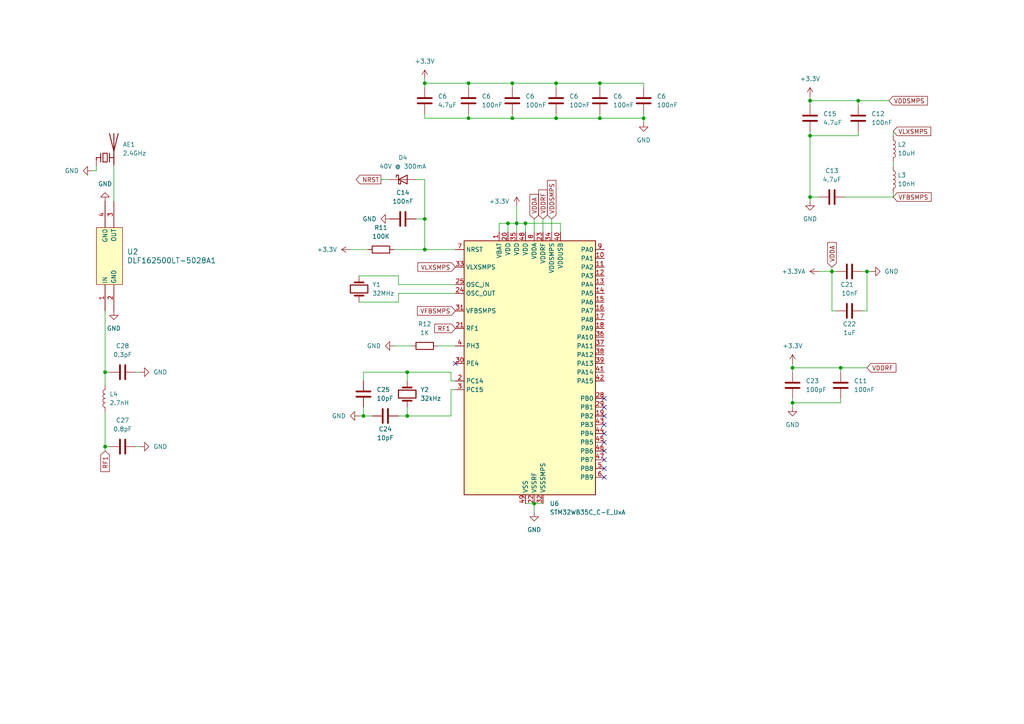
<source format=kicad_sch>
(kicad_sch (version 20230121) (generator eeschema)
  (paper "A4")
  (title_block (title "URONE - Processing") (date "2023-07-05") (rev "0") (company "Udestries") (comment 1 "Controls the motors utilizing user input from a low power bluetooth module."))
  (lib_symbols
    (symbol "DLF162500LT-5028A1:DLF162500LT-5028A1" (pin_names (offset 0.254))
      (property "Reference" "U" (at 15.24 7.62 0))
      (property "Value" "DLF162500LT-5028A1" (at 16.51 5.08 0))
      (symbol "DLF162500LT-5028A1_0_1"
        (pin input line (at 0 0 0) (length 7.62) (name "IN") (number "1"))
        (pin power_in line (at 0 -2.54 0) (length 7.62) (name "GND") (number "2"))
        (pin output line (at 31.75 -2.54 180) (length 7.62) (name "OUT") (number "3"))
        (pin power_in line (at 31.75 0 180) (length 7.62) (name "GND") (number "4"))
      )
      (symbol "DLF162500LT-5028A1_1_1"
        (rectangle (start 7.62 2.54) (end 24.13 -5.08) (fill (type background)))
      )
    )
    (symbol "Device:Antenna_Chip" (pin_numbers hide) (pin_names (offset 1.016) hide)
      (property "Reference" "AE" (at 0 5.08 0))
      (property "Value" "Antenna_Chip" (at 0 3.175 0))
      (symbol "Antenna_Chip_0_1"
        (polyline (pts (xy -2.54 0) (xy -2.54 -0.635)) (stroke (width 0.254)))
        (polyline (pts (xy -2.54 0) (xy -1.27 0)) (stroke (width 0.254)))
        (polyline (pts (xy 1.27 0) (xy 2.54 0)) (stroke (width 0.254)))
        (polyline (pts (xy 1.27 1.27) (xy 1.27 -1.27)) (stroke (width 0.254)))
        (polyline (pts (xy 2.54 -0.635) (xy 2.54 0)))
        (polyline (pts (xy 2.54 6.985) (xy 2.54 -1.905)) (stroke (width 0.254)))
        (polyline (pts (xy -1.27 1.27) (xy -1.27 -1.27) (xy -1.27 0)) (stroke (width 0.254)))
        (polyline (pts (xy 3.81 6.985) (xy 2.54 1.905) (xy 1.27 6.985)) (stroke (width 0.254)))
        (polyline (pts (xy -0.635 1.27) (xy 0.635 1.27) (xy 0.635 -1.27) (xy -0.635 -1.27) (xy -0.635 1.27)) (stroke (width 0.254)))
      )
      (symbol "Antenna_Chip_1_1"
        (pin input line (at -2.54 -2.54 90) (length 2.54) (name "FEED") (number "1"))
        (pin passive line (at 2.54 -2.54 90) (length 2.54) (name "PCB_Trace") (number "2"))
      )
    )
    (symbol "Device:C" (pin_numbers hide) (pin_names (offset 0.254))
      (property "Reference" "C" (at 0.635 2.54 0))
      (property "Value" "C" (at 0.635 -2.54 0))
      (symbol "C_0_1"
        (polyline (pts (xy -2.032 -0.762) (xy 2.032 -0.762)) (stroke (width 0.508)))
        (polyline (pts (xy -2.032 0.762) (xy 2.032 0.762)) (stroke (width 0.508)))
      )
      (symbol "C_1_1"
        (pin passive line (at 0 3.81 270) (length 2.794) (name "~") (number "1"))
        (pin passive line (at 0 -3.81 90) (length 2.794) (name "~") (number "2"))
      )
    )
    (symbol "Device:Crystal" (pin_numbers hide) (pin_names (offset 1.016) hide)
      (property "Reference" "Y" (at 0 3.81 0))
      (property "Value" "Crystal" (at 0 -3.81 0))
      (symbol "Crystal_0_1"
        (rectangle (start -1.143 2.54) (end 1.143 -2.54) (stroke (width 0.3048)))
        (polyline (pts (xy -2.54 0) (xy -1.905 0)))
        (polyline (pts (xy -1.905 -1.27) (xy -1.905 1.27)) (stroke (width 0.508)))
        (polyline (pts (xy 1.905 -1.27) (xy 1.905 1.27)) (stroke (width 0.508)))
        (polyline (pts (xy 2.54 0) (xy 1.905 0)))
      )
      (symbol "Crystal_1_1"
        (pin passive line (at -3.81 0 0) (length 1.27) (name "1") (number "1"))
        (pin passive line (at 3.81 0 180) (length 1.27) (name "2") (number "2"))
      )
    )
    (symbol "Device:D_Schottky" (pin_numbers hide) (pin_names (offset 1.016) hide)
      (property "Reference" "D" (at 0 2.54 0))
      (property "Value" "D_Schottky" (at 0 -2.54 0))
      (symbol "D_Schottky_0_1"
        (polyline (pts (xy 1.27 0) (xy -1.27 0)))
        (polyline (pts (xy 1.27 1.27) (xy 1.27 -1.27) (xy -1.27 0) (xy 1.27 1.27)) (stroke (width 0.254)))
        (polyline (pts (xy -1.905 0.635) (xy -1.905 1.27) (xy -1.27 1.27) (xy -1.27 -1.27) (xy -0.635 -1.27) (xy -0.635 -0.635)) (stroke (width 0.254)))
      )
      (symbol "D_Schottky_1_1"
        (pin passive line (at -3.81 0 0) (length 2.54) (name "K") (number "1"))
        (pin passive line (at 3.81 0 180) (length 2.54) (name "A") (number "2"))
      )
    )
    (symbol "Device:L" (pin_numbers hide) (pin_names (offset 1.016) hide)
      (property "Reference" "L" (at -1.27 0 90))
      (property "Value" "L" (at 1.905 0 90))
      (symbol "L_0_1"
        (arc (start 0 -2.54) (mid 0.6323 -1.905) (end 0 -1.27))
        (arc (start 0 -1.27) (mid 0.6323 -0.635) (end 0 0))
        (arc (start 0 0) (mid 0.6323 0.635) (end 0 1.27))
        (arc (start 0 1.27) (mid 0.6323 1.905) (end 0 2.54))
      )
      (symbol "L_1_1"
        (pin passive line (at 0 3.81 270) (length 1.27) (name "1") (number "1"))
        (pin passive line (at 0 -3.81 90) (length 1.27) (name "2") (number "2"))
      )
    )
    (symbol "Device:R" (pin_numbers hide) (pin_names (offset 0))
      (property "Reference" "R" (at 2.032 0 90))
      (property "Value" "R" (at 0 0 90))
      (symbol "R_0_1"
        (rectangle (start -1.016 -2.54) (end 1.016 2.54) (stroke (width 0.254)))
      )
      (symbol "R_1_1"
        (pin passive line (at 0 3.81 270) (length 1.27) (name "~") (number "1"))
        (pin passive line (at 0 -3.81 90) (length 1.27) (name "~") (number "2"))
      )
    )
    (symbol "MCU_ST_STM32WB:STM32WB35C_C-E_UxA"
      (property "Reference" "U" (at -17.78 39.37 0))
      (property "Value" "STM32WB35C_C-E_UxA" (at 12.7 39.37 0))
      (symbol "STM32WB35C_C-E_UxA_0_1"
        (rectangle (start -17.78 -35.56) (end 20.32 38.1) (stroke (width 0.254)) (fill (type background)))
      )
      (symbol "STM32WB35C_C-E_UxA_1_1"
        (pin power_in line (at -7.62 40.64 270) (length 2.54) (name "VBAT") (number "1"))
        (pin bidirectional line (at 22.86 33.02 180) (length 2.54) (name "PA1") (number "10"))
        (pin bidirectional line (at 22.86 30.48 180) (length 2.54) (name "PA2") (number "11"))
        (pin bidirectional line (at 22.86 27.94 180) (length 2.54) (name "PA3") (number "12"))
        (pin bidirectional line (at 22.86 25.4 180) (length 2.54) (name "PA4") (number "13"))
        (pin bidirectional line (at 22.86 22.86 180) (length 2.54) (name "PA5") (number "14"))
        (pin bidirectional line (at 22.86 20.32 180) (length 2.54) (name "PA6") (number "15"))
        (pin bidirectional line (at 22.86 17.78 180) (length 2.54) (name "PA7") (number "16"))
        (pin bidirectional line (at 22.86 15.24 180) (length 2.54) (name "PA8") (number "17"))
        (pin bidirectional line (at 22.86 12.7 180) (length 2.54) (name "PA9") (number "18"))
        (pin bidirectional line (at 22.86 -12.7 180) (length 2.54) (name "PB2") (number "19"))
        (pin bidirectional line (at -20.32 -2.54 0) (length 2.54) (name "PC14") (number "2"))
        (pin power_in line (at -5.08 40.64 270) (length 2.54) (name "VDD") (number "20"))
        (pin bidirectional line (at -20.32 12.7 0) (length 2.54) (name "RF1") (number "21"))
        (pin power_in line (at 2.54 -38.1 90) (length 2.54) (name "VSSRF") (number "22"))
        (pin power_in line (at 5.08 40.64 270) (length 2.54) (name "VDDRF") (number "23"))
        (pin input line (at -20.32 22.86 0) (length 2.54) (name "OSC_OUT") (number "24"))
        (pin input line (at -20.32 25.4 0) (length 2.54) (name "OSC_IN") (number "25"))
        (pin no_connect line (at -17.78 -35.56 0) (length 2.54) hide (name "AT0") (number "26"))
        (pin no_connect line (at -17.78 -33.02 0) (length 2.54) hide (name "AT1") (number "27"))
        (pin bidirectional line (at 22.86 -7.62 180) (length 2.54) (name "PB0") (number "28"))
        (pin bidirectional line (at 22.86 -10.16 180) (length 2.54) (name "PB1") (number "29"))
        (pin bidirectional line (at -20.32 -5.08 0) (length 2.54) (name "PC15") (number "3"))
        (pin bidirectional line (at -20.32 2.54 0) (length 2.54) (name "PE4") (number "30"))
        (pin input line (at -20.32 17.78 0) (length 2.54) (name "VFBSMPS") (number "31"))
        (pin power_in line (at 5.08 -38.1 90) (length 2.54) (name "VSSSMPS") (number "32"))
        (pin power_in line (at -20.32 30.48 0) (length 2.54) (name "VLXSMPS") (number "33"))
        (pin power_in line (at 7.62 40.64 270) (length 2.54) (name "VDDSMPS") (number "34"))
        (pin power_in line (at -2.54 40.64 270) (length 2.54) (name "VDD") (number "35"))
        (pin bidirectional line (at 22.86 10.16 180) (length 2.54) (name "PA10") (number "36"))
        (pin bidirectional line (at 22.86 7.62 180) (length 2.54) (name "PA11") (number "37"))
        (pin bidirectional line (at 22.86 5.08 180) (length 2.54) (name "PA12") (number "38"))
        (pin bidirectional line (at 22.86 2.54 180) (length 2.54) (name "PA13") (number "39"))
        (pin bidirectional line (at -20.32 7.62 0) (length 2.54) (name "PH3") (number "4"))
        (pin power_in line (at 10.16 40.64 270) (length 2.54) (name "VDDUSB") (number "40"))
        (pin bidirectional line (at 22.86 0 180) (length 2.54) (name "PA14") (number "41"))
        (pin bidirectional line (at 22.86 -2.54 180) (length 2.54) (name "PA15") (number "42"))
        (pin bidirectional line (at 22.86 -15.24 180) (length 2.54) (name "PB3") (number "43"))
        (pin bidirectional line (at 22.86 -17.78 180) (length 2.54) (name "PB4") (number "44"))
        (pin bidirectional line (at 22.86 -20.32 180) (length 2.54) (name "PB5") (number "45"))
        (pin bidirectional line (at 22.86 -22.86 180) (length 2.54) (name "PB6") (number "46"))
        (pin bidirectional line (at 22.86 -25.4 180) (length 2.54) (name "PB7") (number "47"))
        (pin power_in line (at 0 40.64 270) (length 2.54) (name "VDD") (number "48"))
        (pin power_in line (at 0 -38.1 90) (length 2.54) (name "VSS") (number "49"))
        (pin bidirectional line (at 22.86 -27.94 180) (length 2.54) (name "PB8") (number "5"))
        (pin bidirectional line (at 22.86 -30.48 180) (length 2.54) (name "PB9") (number "6"))
        (pin input line (at -20.32 35.56 0) (length 2.54) (name "NRST") (number "7"))
        (pin power_in line (at 2.54 40.64 270) (length 2.54) (name "VDDA") (number "8"))
        (pin bidirectional line (at 22.86 35.56 180) (length 2.54) (name "PA0") (number "9"))
      )
    )
    (symbol "power:+3.3V" (power) (pin_names (offset 0))
      (property "Value" "+3.3V" (at 0 3.556 0))
      (symbol "+3.3V_0_1"
        (polyline (pts (xy -0.762 1.27) (xy 0 2.54)))
        (polyline (pts (xy 0 0) (xy 0 2.54)))
        (polyline (pts (xy 0 2.54) (xy 0.762 1.27)))
      )
      (symbol "+3.3V_1_1"
        (pin power_in line (at 0 0 90) (length 0) hide (name "+3.3V") (number "1"))
      )
    )
    (symbol "power:+3.3VA" (power) (pin_names (offset 0))
      (property "Value" "+3.3VA" (at 0 3.556 0))
      (symbol "+3.3VA_0_1"
        (polyline (pts (xy -0.762 1.27) (xy 0 2.54)))
        (polyline (pts (xy 0 0) (xy 0 2.54)))
        (polyline (pts (xy 0 2.54) (xy 0.762 1.27)))
      )
      (symbol "+3.3VA_1_1"
        (pin power_in line (at 0 0 90) (length 0) hide (name "+3.3VA") (number "1"))
      )
    )
    (symbol "power:GND" (power) (pin_names (offset 0))
      (property "Value" "GND" (at 0 -3.81 0))
      (symbol "GND_0_1"
        (polyline (pts (xy 0 0) (xy 0 -1.27) (xy 1.27 -1.27) (xy 0 -2.54) (xy -1.27 -1.27) (xy 0 -1.27)))
      )
      (symbol "GND_1_1"
        (pin power_in line (at 0 0 270) (length 0) hide (name "GND") (number "1"))
      )
    )
  )
  (junction (at 251.46 78.74))
  (junction (at 30.48 129.54))
  (junction (at 154.94 146.05))
  (junction (at 241.3 78.74))
  (junction (at 123.19 63.5))
  (junction (at 234.95 39.37))
  (junction (at 123.19 24.13))
  (junction (at 229.87 116.84))
  (junction (at 149.86 64.77))
  (junction (at 118.11 120.65))
  (junction (at 173.99 34.29))
  (junction (at 161.29 34.29))
  (junction (at 147.32 64.77))
  (junction (at 148.59 34.29))
  (junction (at 248.92 29.21))
  (junction (at 173.99 24.13))
  (junction (at 105.41 120.65))
  (junction (at 186.69 34.29))
  (junction (at 148.59 24.13))
  (junction (at 118.11 107.95))
  (junction (at 161.29 24.13))
  (junction (at 243.84 106.68))
  (junction (at 123.19 72.39))
  (junction (at 234.95 29.21))
  (junction (at 234.95 57.15))
  (junction (at 30.48 107.95))
  (junction (at 229.87 106.68))
  (junction (at 135.89 24.13))
  (junction (at 152.4 64.77))
  (junction (at 135.89 34.29))
  (no_connect (at 132.08 105.41))
  (no_connect (at 175.26 115.57))
  (no_connect (at 175.26 125.73))
  (no_connect (at 175.26 118.11))
  (no_connect (at 175.26 130.81))
  (no_connect (at 175.26 120.65))
  (no_connect (at 175.26 138.43))
  (no_connect (at 175.26 135.89))
  (no_connect (at 175.26 128.27))
  (no_connect (at 175.26 123.19))
  (no_connect (at 175.26 133.35))
  (wire (pts (xy 114.3 72.39) (xy 123.19 72.39)))
  (wire (pts (xy 130.81 110.49) (xy 132.08 110.49)))
  (wire (pts (xy 251.46 90.17) (xy 250.19 90.17)))
  (wire (pts (xy 162.56 67.31) (xy 162.56 64.77)))
  (wire (pts (xy 148.59 33.02) (xy 148.59 34.29)))
  (wire (pts (xy 123.19 25.4) (xy 123.19 24.13)))
  (wire (pts (xy 27.94 49.53) (xy 27.94 48.26)))
  (wire (pts (xy 148.59 34.29) (xy 161.29 34.29)))
  (wire (pts (xy 243.84 116.84) (xy 229.87 116.84)))
  (wire (pts (xy 259.08 46.99) (xy 259.08 48.26)))
  (wire (pts (xy 248.92 39.37) (xy 234.95 39.37)))
  (wire (pts (xy 130.81 113.03) (xy 130.81 120.65)))
  (wire (pts (xy 123.19 72.39) (xy 123.19 63.5)))
  (wire (pts (xy 152.4 64.77) (xy 152.4 67.31)))
  (wire (pts (xy 147.32 64.77) (xy 147.32 67.31)))
  (wire (pts (xy 234.95 29.21) (xy 248.92 29.21)))
  (wire (pts (xy 105.41 118.11) (xy 105.41 120.65)))
  (wire (pts (xy 251.46 78.74) (xy 251.46 90.17)))
  (wire (pts (xy 154.94 63.5) (xy 154.94 67.31)))
  (wire (pts (xy 104.14 120.65) (xy 105.41 120.65)))
  (wire (pts (xy 135.89 33.02) (xy 135.89 34.29)))
  (wire (pts (xy 243.84 107.95) (xy 243.84 106.68)))
  (wire (pts (xy 105.41 120.65) (xy 107.95 120.65)))
  (wire (pts (xy 115.57 87.63) (xy 115.57 85.09)))
  (wire (pts (xy 101.6 72.39) (xy 106.68 72.39)))
  (wire (pts (xy 237.49 57.15) (xy 234.95 57.15)))
  (wire (pts (xy 132.08 113.03) (xy 130.81 113.03)))
  (wire (pts (xy 30.48 119.38) (xy 30.48 129.54)))
  (wire (pts (xy 105.41 107.95) (xy 105.41 110.49)))
  (wire (pts (xy 149.86 64.77) (xy 147.32 64.77)))
  (wire (pts (xy 237.49 78.74) (xy 241.3 78.74)))
  (wire (pts (xy 234.95 27.94) (xy 234.95 29.21)))
  (wire (pts (xy 123.19 34.29) (xy 123.19 33.02)))
  (wire (pts (xy 123.19 22.86) (xy 123.19 24.13)))
  (wire (pts (xy 154.94 146.05) (xy 154.94 148.59)))
  (wire (pts (xy 241.3 78.74) (xy 241.3 90.17)))
  (wire (pts (xy 229.87 105.41) (xy 229.87 106.68)))
  (wire (pts (xy 157.48 63.5) (xy 157.48 67.31)))
  (wire (pts (xy 152.4 146.05) (xy 154.94 146.05)))
  (wire (pts (xy 161.29 34.29) (xy 161.29 33.02)))
  (wire (pts (xy 33.02 48.26) (xy 33.02 58.42)))
  (wire (pts (xy 234.95 29.21) (xy 234.95 30.48)))
  (wire (pts (xy 127 100.33) (xy 132.08 100.33)))
  (wire (pts (xy 30.48 90.17) (xy 30.48 107.95)))
  (wire (pts (xy 148.59 24.13) (xy 161.29 24.13)))
  (wire (pts (xy 149.86 59.69) (xy 149.86 64.77)))
  (wire (pts (xy 154.94 146.05) (xy 157.48 146.05)))
  (wire (pts (xy 130.81 107.95) (xy 130.81 110.49)))
  (wire (pts (xy 251.46 106.68) (xy 243.84 106.68)))
  (wire (pts (xy 160.02 63.5) (xy 160.02 67.31)))
  (wire (pts (xy 186.69 35.56) (xy 186.69 34.29)))
  (wire (pts (xy 259.08 39.37) (xy 259.08 38.1)))
  (wire (pts (xy 118.11 118.11) (xy 118.11 120.65)))
  (wire (pts (xy 234.95 38.1) (xy 234.95 39.37)))
  (wire (pts (xy 252.73 78.74) (xy 251.46 78.74)))
  (wire (pts (xy 144.78 67.31) (xy 144.78 64.77)))
  (wire (pts (xy 115.57 80.01) (xy 104.14 80.01)))
  (wire (pts (xy 26.67 49.53) (xy 27.94 49.53)))
  (wire (pts (xy 229.87 116.84) (xy 229.87 115.57)))
  (wire (pts (xy 39.37 107.95) (xy 40.64 107.95)))
  (wire (pts (xy 123.19 63.5) (xy 120.65 63.5)))
  (wire (pts (xy 241.3 78.74) (xy 242.57 78.74)))
  (wire (pts (xy 243.84 106.68) (xy 229.87 106.68)))
  (wire (pts (xy 31.75 107.95) (xy 30.48 107.95)))
  (wire (pts (xy 186.69 34.29) (xy 173.99 34.29)))
  (wire (pts (xy 234.95 57.15) (xy 234.95 58.42)))
  (wire (pts (xy 234.95 39.37) (xy 234.95 57.15)))
  (wire (pts (xy 259.08 57.15) (xy 259.08 55.88)))
  (wire (pts (xy 123.19 24.13) (xy 135.89 24.13)))
  (wire (pts (xy 135.89 25.4) (xy 135.89 24.13)))
  (wire (pts (xy 114.3 100.33) (xy 119.38 100.33)))
  (wire (pts (xy 149.86 64.77) (xy 149.86 67.31)))
  (wire (pts (xy 135.89 24.13) (xy 148.59 24.13)))
  (wire (pts (xy 105.41 107.95) (xy 118.11 107.95)))
  (wire (pts (xy 118.11 107.95) (xy 130.81 107.95)))
  (wire (pts (xy 259.08 57.15) (xy 245.11 57.15)))
  (wire (pts (xy 149.86 64.77) (xy 152.4 64.77)))
  (wire (pts (xy 162.56 64.77) (xy 152.4 64.77)))
  (wire (pts (xy 31.75 129.54) (xy 30.48 129.54)))
  (wire (pts (xy 229.87 118.11) (xy 229.87 116.84)))
  (wire (pts (xy 104.14 87.63) (xy 115.57 87.63)))
  (wire (pts (xy 250.19 78.74) (xy 251.46 78.74)))
  (wire (pts (xy 30.48 107.95) (xy 30.48 111.76)))
  (wire (pts (xy 161.29 34.29) (xy 173.99 34.29)))
  (wire (pts (xy 115.57 120.65) (xy 118.11 120.65)))
  (wire (pts (xy 115.57 85.09) (xy 132.08 85.09)))
  (wire (pts (xy 241.3 90.17) (xy 242.57 90.17)))
  (wire (pts (xy 229.87 106.68) (xy 229.87 107.95)))
  (wire (pts (xy 186.69 33.02) (xy 186.69 34.29)))
  (wire (pts (xy 186.69 25.4) (xy 186.69 24.13)))
  (wire (pts (xy 118.11 107.95) (xy 118.11 110.49)))
  (wire (pts (xy 110.49 52.07) (xy 113.03 52.07)))
  (wire (pts (xy 135.89 34.29) (xy 148.59 34.29)))
  (wire (pts (xy 120.65 52.07) (xy 123.19 52.07)))
  (wire (pts (xy 243.84 115.57) (xy 243.84 116.84)))
  (wire (pts (xy 186.69 24.13) (xy 173.99 24.13)))
  (wire (pts (xy 173.99 33.02) (xy 173.99 34.29)))
  (wire (pts (xy 241.3 77.47) (xy 241.3 78.74)))
  (wire (pts (xy 123.19 72.39) (xy 132.08 72.39)))
  (wire (pts (xy 123.19 52.07) (xy 123.19 63.5)))
  (wire (pts (xy 248.92 38.1) (xy 248.92 39.37)))
  (wire (pts (xy 132.08 82.55) (xy 115.57 82.55)))
  (wire (pts (xy 118.11 120.65) (xy 130.81 120.65)))
  (wire (pts (xy 40.64 129.54) (xy 39.37 129.54)))
  (wire (pts (xy 248.92 29.21) (xy 257.81 29.21)))
  (wire (pts (xy 161.29 24.13) (xy 173.99 24.13)))
  (wire (pts (xy 148.59 25.4) (xy 148.59 24.13)))
  (wire (pts (xy 115.57 82.55) (xy 115.57 80.01)))
  (wire (pts (xy 30.48 129.54) (xy 30.48 130.81)))
  (wire (pts (xy 173.99 24.13) (xy 173.99 25.4)))
  (wire (pts (xy 144.78 64.77) (xy 147.32 64.77)))
  (wire (pts (xy 161.29 25.4) (xy 161.29 24.13)))
  (wire (pts (xy 123.19 34.29) (xy 135.89 34.29)))
  (wire (pts (xy 248.92 30.48) (xy 248.92 29.21)))
  (global_label "VFBSMPS" (shape input) (at 132.08 90.17 180) (property "Intersheetrefs" "${INTERSHEET_REFS}" (effects hide)))
  (global_label "VDDRF" (shape input) (at 251.46 106.68 0) (property "Intersheetrefs" "${INTERSHEET_REFS}" (effects hide)))
  (global_label "VLXSMPS" (shape input) (at 132.08 77.47 180) (property "Intersheetrefs" "${INTERSHEET_REFS}" (effects hide)))
  (global_label "NRST" (shape output) (at 110.49 52.07 180) (property "Intersheetrefs" "${INTERSHEET_REFS}" (effects hide)))
  (global_label "VDDSMPS" (shape input) (at 257.81 29.21 0) (property "Intersheetrefs" "${INTERSHEET_REFS}" (effects hide)))
  (global_label "VDDA" (shape input) (at 154.94 63.5 90) (property "Intersheetrefs" "${INTERSHEET_REFS}" (effects hide)))
  (global_label "VDDSMPS" (shape input) (at 160.02 63.5 90) (property "Intersheetrefs" "${INTERSHEET_REFS}" (effects hide)))
  (global_label "RF1" (shape input) (at 132.08 95.25 180) (property "Intersheetrefs" "${INTERSHEET_REFS}" (effects hide)))
  (global_label "RF1" (shape input) (at 30.48 130.81 270) (property "Intersheetrefs" "${INTERSHEET_REFS}" (effects hide)))
  (global_label "VDDRF" (shape input) (at 157.48 63.5 90) (property "Intersheetrefs" "${INTERSHEET_REFS}" (effects hide)))
  (global_label "VLXSMPS" (shape input) (at 259.08 38.1 0) (property "Intersheetrefs" "${INTERSHEET_REFS}" (effects hide)))
  (global_label "VDDA" (shape input) (at 241.3 77.47 90) (property "Intersheetrefs" "${INTERSHEET_REFS}" (effects hide)))
  (global_label "VFBSMPS" (shape input) (at 259.08 57.15 0) (property "Intersheetrefs" "${INTERSHEET_REFS}" (effects hide)))
  (symbol (lib_id "power:GND") (at 40.64 129.54 90) (unit 1)
    (property "Reference" "#PWR026" (effects hide))
    (property "Value" "GND" (at 44.45 129.54 90) (effects (justify right)))
  )
  (symbol (lib_id "power:GND") (at 234.95 58.42 0) (unit 1)
    (property "Reference" "#PWR027" (effects hide))
    (property "Value" "GND" (at 234.95 63.5 0))
  )
  (symbol (lib_id "Device:C") (at 234.95 34.29 0) (unit 1)
    (property "Reference" "C15" (at 238.76 33.02 0) (effects (justify left)))
    (property "Value" "4.7uF" (at 238.76 35.56 0) (effects (justify left)))
    (property "Footprint" "Capacitor_SMD:C_0402_1005Metric" (effects hide))
    (property "ManufacturerPartNumber" "CL05A475MP5NRNC" (effects hide))
  )
  (symbol (lib_id "Device:C") (at 35.56 129.54 90) (unit 1)
    (property "Reference" "C27" (at 35.56 121.92 90))
    (property "Value" "0.8pF" (at 35.56 124.46 90))
    (property "Footprint" "Capacitor_SMD:C_0201_0603Metric" (effects hide))
    (property "ManufacturerPartNumber" "QLCD250Q0R8B1GV001T" (effects hide))
    (instances (project "drone_07-2023" (path "" (reference "C27") (unit 1)) (path "" (reference "C28") (unit 1))))
  )
  (symbol (lib_id "power:GND") (at 104.14 120.65 270) (unit 1)
    (property "Reference" "#PWR024" (effects hide))
    (property "Value" "GND" (at 100.33 120.65 90) (effects (justify right)))
  )
  (symbol (lib_id "Device:L") (at 259.08 43.18 0) (unit 1)
    (property "Reference" "L2" (at 260.35 41.91 0) (effects (justify left)))
    (property "Value" "10uH" (at 260.35 44.45 0) (effects (justify left)))
    (property "Footprint" "Inductor_SMD:L_0805_2012Metric" (effects hide))
    (property "ManufacturerPartNumber" "MLZ2012N100LT000" (effects hide))
  )
  (symbol (lib_id "Device:L") (at 259.08 52.07 0) (unit 1)
    (property "Reference" "L3" (at 260.35 50.8 0) (effects (justify left)))
    (property "Value" "10nH" (at 260.35 53.34 0) (effects (justify left)))
    (property "Footprint" "Inductor_SMD:L_0402_1005Metric" (effects hide))
    (property "ManufacturerPartNumber" "LRC0402CJ10NGV001T" (effects hide))
  )
  (symbol (lib_id "power:GND") (at 186.69 35.56 0) (unit 1)
    (property "Reference" "#PWR022" (effects hide))
    (property "Value" "GND" (at 186.69 40.64 0))
  )
  (symbol (lib_id "Device:C") (at 173.99 29.21 0) (unit 1)
    (property "Reference" "C6" (at 177.8 27.94 0) (effects (justify left)))
    (property "Value" "100nF" (at 177.8 30.48 0) (effects (justify left)))
    (property "Footprint" "Capacitor_SMD:C_0201_0603Metric" (effects hide))
    (property "ManufacturerPartNumber" "CL03A104KQ3NNNC" (effects hide))
    (instances (project "drone_07-2023" (path "" (reference "C6") (unit 1)) (path "" (reference "C10") (unit 1))))
  )
  (symbol (lib_id "power:GND") (at 252.73 78.74 90) (unit 1)
    (property "Reference" "#PWR021" (effects hide))
    (property "Value" "GND" (at 256.54 78.74 90) (effects (justify right)))
  )
  (symbol (lib_id "power:GND") (at 229.87 118.11 0) (unit 1)
    (property "Reference" "#PWR06" (effects hide))
    (property "Value" "GND" (at 229.87 123.19 0))
  )
  (symbol (lib_id "Device:Crystal") (at 104.14 83.82 90) (unit 1)
    (property "Reference" "Y1" (at 107.95 82.55 90) (effects (justify right)))
    (property "Value" "32MHz" (at 107.95 85.09 90) (effects (justify right)))
    (property "Footprint" "Crystal:Crystal_SMD_2016-4Pin_2.0x1.6mm" (effects hide))
    (property "ManufacturerPartNumber" "ECS-320-8-37-CKM-TR3" (effects hide))
  )
  (symbol (lib_id "Device:C") (at 135.89 29.21 0) (unit 1)
    (property "Reference" "C6" (at 139.7 27.94 0) (effects (justify left)))
    (property "Value" "100nF" (at 139.7 30.48 0) (effects (justify left)))
    (property "Footprint" "Capacitor_SMD:C_0201_0603Metric" (effects hide))
    (property "ManufacturerPartNumber" "CL03A104KQ3NNNC" (effects hide))
    (instances (project "drone_07-2023" (path "" (reference "C6") (unit 1)) (path "" (reference "C5") (unit 1))))
  )
  (symbol (lib_id "power:+3.3V") (at 234.95 27.94 0) (unit 1)
    (property "Reference" "#PWR038" (effects hide))
    (property "Value" "+3.3V" (at 234.95 22.86 0))
  )
  (symbol (lib_id "Device:C") (at 116.84 63.5 90) (unit 1)
    (property "Reference" "C14" (at 116.84 55.88 90))
    (property "Value" "100nF" (at 116.84 58.42 90))
    (property "Footprint" "Capacitor_SMD:C_0201_0603Metric" (effects hide))
    (property "ManufacturerPartNumber" "CL03A104KQ3NNNC" (effects hide))
  )
  (symbol (lib_id "power:+3.3V") (at 123.19 22.86 0) (unit 1)
    (property "Reference" "#PWR019" (effects hide))
    (property "Value" "+3.3V" (at 123.19 17.78 0))
  )
  (symbol (lib_id "Device:C") (at 148.59 29.21 0) (unit 1)
    (property "Reference" "C6" (at 152.4 27.94 0) (effects (justify left)))
    (property "Value" "100nF" (at 152.4 30.48 0) (effects (justify left)))
    (property "Footprint" "Capacitor_SMD:C_0201_0603Metric" (effects hide))
    (property "ManufacturerPartNumber" "CL03A104KQ3NNNC" (effects hide))
    (instances (project "drone_07-2023" (path "" (reference "C6") (unit 1)) (path "" (reference "C8") (unit 1))))
  )
  (symbol (lib_id "power:GND") (at 154.94 148.59 0) (unit 1)
    (property "Reference" "#PWR016" (effects hide))
    (property "Value" "GND" (at 154.94 153.67 0))
  )
  (symbol (lib_id "Device:R") (at 110.49 72.39 90) (unit 1)
    (property "Reference" "R11" (at 110.49 66.04 90))
    (property "Value" "100K" (at 110.49 68.58 90))
  )
  (symbol (lib_id "power:+3.3VA") (at 237.49 78.74 90) (unit 1)
    (property "Reference" "#PWR01" (effects hide))
    (property "Value" "+3.3VA" (at 233.68 78.74 90) (effects (justify left)))
  )
  (symbol (lib_id "Device:Crystal") (at 118.11 114.3 90) (unit 1)
    (property "Reference" "Y2" (at 121.92 113.03 90) (effects (justify right)))
    (property "Value" "32kHz" (at 121.92 115.57 90) (effects (justify right)))
    (property "Footprint" "Crystal:Crystal_Round_D2.0mm_Vertical" (effects hide))
    (property "ManufacturerPartNumber" "ECS-.320-12.5-13X" (effects hide))
  )
  (symbol (lib_id "Device:C") (at 229.87 111.76 0) (unit 1)
    (property "Reference" "C23" (at 233.68 110.49 0) (effects (justify left)))
    (property "Value" "100pF" (at 233.68 113.03 0) (effects (justify left)))
    (property "Footprint" "Capacitor_SMD:C_0201_0603Metric" (effects hide))
    (property "ManufacturerPartNumber" "GRM0335C1H101JA01J" (effects hide))
  )
  (symbol (lib_id "Device:C") (at 246.38 78.74 90) (unit 1)
    (property "Reference" "C21" (at 247.65 82.55 90) (effects (justify left)))
    (property "Value" "10nF" (at 248.92 85.09 90) (effects (justify left)))
    (property "Footprint" "Capacitor_SMD:C_0201_0603Metric" (effects hide))
    (property "ManufacturerPartNumber" "C0603X5R1A103K030BA" (effects hide))
  )
  (symbol (lib_id "Device:L") (at 30.48 115.57 180) (unit 1)
    (property "Reference" "L4" (at 31.75 114.3 0) (effects (justify right)))
    (property "Value" "2.7nH" (at 31.75 116.84 0) (effects (justify right)))
    (property "Footprint" "Inductor_SMD:L_0402_1005Metric" (effects hide))
    (property "ManufacturerPartNumber" "LQW15AN2N7D00D" (effects hide))
  )
  (symbol (lib_id "Device:C") (at 243.84 111.76 0) (unit 1)
    (property "Reference" "C11" (at 247.65 110.49 0) (effects (justify left)))
    (property "Value" "100nF" (at 247.65 113.03 0) (effects (justify left)))
    (property "Footprint" "Capacitor_SMD:C_0201_0603Metric" (effects hide))
    (property "ManufacturerPartNumber" "CL03A104KQ3NNNC" (effects hide))
  )
  (symbol (lib_id "power:GND") (at 40.64 107.95 90) (unit 1)
    (property "Reference" "#PWR025" (effects hide))
    (property "Value" "GND" (at 44.45 107.95 90) (effects (justify right)))
  )
  (symbol (lib_id "Device:C") (at 246.38 90.17 270) (unit 1)
    (property "Reference" "C22" (at 246.38 93.98 90))
    (property "Value" "1uF" (at 246.38 96.52 90))
    (property "Footprint" "Capacitor_SMD:C_0402_1005Metric" (effects hide))
    (property "ManufacturerPartNumber" "CL05A105KA5NQNC" (effects hide))
  )
  (symbol (lib_id "power:GND") (at 114.3 100.33 270) (unit 1)
    (property "Reference" "#PWR043" (effects hide))
    (property "Value" "GND" (at 110.49 100.33 90) (effects (justify right)))
  )
  (symbol (lib_id "power:GND") (at 113.03 63.5 270) (unit 1)
    (property "Reference" "#PWR023" (effects hide))
    (property "Value" "GND" (at 109.22 63.5 90) (effects (justify right)))
  )
  (symbol (lib_id "power:GND") (at 33.02 90.17 0) (unit 1)
    (property "Reference" "#PWR039" (effects hide))
    (property "Value" "GND" (at 33.02 95.25 0))
  )
  (symbol (lib_id "power:GND") (at 26.67 49.53 270) (unit 1)
    (property "Reference" "#PWR041" (effects hide))
    (property "Value" "GND" (at 22.86 49.53 90) (effects (justify right)))
  )
  (symbol (lib_id "Device:C") (at 161.29 29.21 0) (unit 1)
    (property "Reference" "C6" (at 165.1 27.94 0) (effects (justify left)))
    (property "Value" "100nF" (at 165.1 30.48 0) (effects (justify left)))
    (property "Footprint" "Capacitor_SMD:C_0201_0603Metric" (effects hide))
    (property "ManufacturerPartNumber" "CL03A104KQ3NNNC" (effects hide))
    (instances (project "drone_07-2023" (path "" (reference "C6") (unit 1)) (path "" (reference "C9") (unit 1))))
  )
  (symbol (lib_id "Device:Antenna_Chip") (at 30.48 45.72 0) (unit 1)
    (property "Reference" "AE1" (at 35.56 41.91 0) (effects (justify left)))
    (property "Value" "2.4GHz" (at 35.56 44.45 0) (effects (justify left)))
    (property "Footprint" "RF_Antenna:Texas_SWRA117D_2.4GHz_Left" (effects hide))
    (property "ManufacturerPartNumber" "SWRA117D" (effects hide))
  )
  (symbol (lib_id "Device:C") (at 111.76 120.65 270) (unit 1)
    (property "Reference" "C24" (at 111.76 124.46 90))
    (property "Value" "10pF" (at 111.76 127 90))
    (property "Footprint" "Capacitor_SMD:C_0201_0603Metric" (effects hide))
    (property "ManufacturerPartNumber" "GRM0335C1E100JA01J" (effects hide))
  )
  (symbol (lib_id "Device:C") (at 186.69 29.21 0) (unit 1)
    (property "Reference" "C6" (at 190.5 27.94 0) (effects (justify left)))
    (property "Value" "100nF" (at 190.5 30.48 0) (effects (justify left)))
    (property "Footprint" "Capacitor_SMD:C_0201_0603Metric" (effects hide))
    (property "ManufacturerPartNumber" "CL03A104KQ3NNNC" (effects hide))
    (instances (project "drone_07-2023" (path "" (reference "C6") (unit 1)) (path "" (reference "C26") (unit 1))))
  )
  (symbol (lib_id "power:GND") (at 30.48 58.42 180) (unit 1)
    (property "Reference" "#PWR040" (effects hide))
    (property "Value" "GND" (at 30.48 53.34 0))
  )
  (symbol (lib_id "Device:C") (at 35.56 107.95 90) (unit 1)
    (property "Reference" "C28" (at 35.56 100.33 90))
    (property "Value" "0.3pF" (at 35.56 102.87 90))
    (property "Footprint" "Capacitor_SMD:C_0201_0603Metric" (effects hide))
    (property "ManufacturerPartNumber" "QLCD250Q0R3B1GV001T" (effects hide))
    (instances (project "drone_07-2023" (path "" (reference "C28") (unit 1)) (path "" (reference "C27") (unit 1))))
  )
  (symbol (lib_id "power:+3.3V") (at 101.6 72.39 90) (unit 1)
    (property "Reference" "#PWR042" (effects hide))
    (property "Value" "+3.3V" (at 97.79 72.39 90) (effects (justify left)))
  )
  (symbol (lib_id "Device:C") (at 248.92 34.29 0) (unit 1)
    (property "Reference" "C12" (at 252.73 33.02 0) (effects (justify left)))
    (property "Value" "100nF" (at 252.73 35.56 0) (effects (justify left)))
    (property "Footprint" "Capacitor_SMD:C_0201_0603Metric" (effects hide))
    (property "ManufacturerPartNumber" "CL03A104KQ3NNNC" (effects hide))
  )
  (symbol (lib_id "Device:D_Schottky") (at 116.84 52.07 0) (unit 1)
    (property "Reference" "D4" (at 116.84 45.72 0))
    (property "Value" "40V @ 300mA" (at 116.84 48.26 0))
    (property "Footprint" "Diode_SMD:D_SOD-123" (effects hide))
    (property "Sim.Device" "D" (effects hide))
    (property "Sim.Pins" "1=K 2=A" (effects hide))
    (property "ManufacturerPartNumber" "B5819W SL" (effects hide))
  )
  (symbol (lib_id "Device:C") (at 123.19 29.21 0) (unit 1)
    (property "Reference" "C6" (at 127 27.94 0) (effects (justify left)))
    (property "Value" "4.7uF" (at 127 30.48 0) (effects (justify left)))
    (property "Footprint" "Capacitor_SMD:C_0402_1005Metric" (effects hide))
    (property "ManufacturerPartNumber" "CL05A475MP5NRNC" (effects hide))
    (instances (project "drone_07-2023" (path "" (reference "C6") (unit 1)) (path "" (reference "C19") (unit 1))))
  )
  (symbol (lib_id "power:+3.3V") (at 149.86 59.69 0) (unit 1)
    (property "Reference" "#PWR02" (effects hide))
    (property "Value" "+3.3V" (at 144.78 58.42 0))
  )
  (symbol (lib_id "Device:R") (at 123.19 100.33 90) (unit 1)
    (property "Reference" "R12" (at 123.19 93.98 90))
    (property "Value" "1K" (at 123.19 96.52 90))
  )
  (symbol (lib_id "Device:C") (at 105.41 114.3 0) (unit 1)
    (property "Reference" "C25" (at 109.22 113.03 0) (effects (justify left)))
    (property "Value" "10pF" (at 109.22 115.57 0) (effects (justify left)))
    (property "Footprint" "Capacitor_SMD:C_0201_0603Metric" (effects hide))
    (property "ManufacturerPartNumber" "GRM0335C1E100JA01J" (effects hide))
  )
  (symbol (lib_id "power:+3.3V") (at 229.87 105.41 0) (unit 1)
    (property "Reference" "#PWR04" (effects hide))
    (property "Value" "+3.3V" (at 229.87 100.33 0))
  )
  (symbol (lib_id "Device:C") (at 241.3 57.15 90) (unit 1)
    (property "Reference" "C13" (at 241.3 49.53 90))
    (property "Value" "4.7uF" (at 241.3 52.07 90))
    (property "Footprint" "Capacitor_SMD:C_0402_1005Metric" (effects hide))
    (property "ManufacturerPartNumber" "CL05A475MP5NRNC" (effects hide))
  )
  (symbol (lib_id "MCU_ST_STM32WB:STM32WB35C_C-E_UxA") (at 152.4 107.95 0) (unit 1)
    (property "Reference" "U6" (at 159.4359 146.05 0) (effects (justify left)))
    (property "Value" "STM32WB35C_C-E_UxA" (at 159.4359 148.59 0) (effects (justify left)))
    (property "Footprint" "Package_DFN_QFN:QFN-48-1EP_7x7mm_P0.5mm_EP5.6x5.6mm" (effects hide))
    (property "Datasheet" "https://www.st.com/resource/en/datasheet/stm32wb35cc.pdf" (effects hide))
    (property "ManufacturerPartNumber" "STM32WB35CEU6A" (effects hide))
  )
  (symbol (lib_id "DLF162500LT-5028A1:DLF162500LT-5028A1") (at 30.48 90.17 90) (unit 1)
    (property "Reference" "U2" (at 36.83 73.025 90) (effects (font (size 1.524 1.524)) (justify right)))
    (property "Value" "DLF162500LT-5028A1" (at 36.83 75.565 90) (effects (font (size 1.524 1.524)) (justify right)))
    (property "Footprint" "DLF-4_1P6X0P8" (effects hide))
    (property "Datasheet" "DLF162500LT-5028A1" (effects hide))
  )
)
</source>
